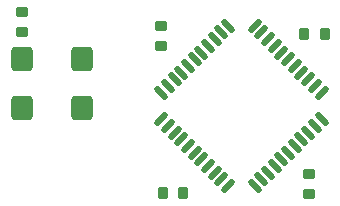
<source format=gtp>
G04 Layer_Color=8421504*
%FSAX24Y24*%
%MOIN*%
G70*
G01*
G75*
G04:AMPARAMS|DCode=10|XSize=21.7mil|YSize=57.1mil|CornerRadius=0mil|HoleSize=0mil|Usage=FLASHONLY|Rotation=45.000|XOffset=0mil|YOffset=0mil|HoleType=Round|Shape=Round|*
%AMOVALD10*
21,1,0.0354,0.0217,0.0000,0.0000,135.0*
1,1,0.0217,0.0125,-0.0125*
1,1,0.0217,-0.0125,0.0125*
%
%ADD10OVALD10*%

G04:AMPARAMS|DCode=11|XSize=21.7mil|YSize=57.1mil|CornerRadius=0mil|HoleSize=0mil|Usage=FLASHONLY|Rotation=135.000|XOffset=0mil|YOffset=0mil|HoleType=Round|Shape=Round|*
%AMOVALD11*
21,1,0.0354,0.0217,0.0000,0.0000,225.0*
1,1,0.0217,0.0125,0.0125*
1,1,0.0217,-0.0125,-0.0125*
%
%ADD11OVALD11*%

G04:AMPARAMS|DCode=12|XSize=39.4mil|YSize=35.4mil|CornerRadius=4.4mil|HoleSize=0mil|Usage=FLASHONLY|Rotation=180.000|XOffset=0mil|YOffset=0mil|HoleType=Round|Shape=RoundedRectangle|*
%AMROUNDEDRECTD12*
21,1,0.0394,0.0266,0,0,180.0*
21,1,0.0305,0.0354,0,0,180.0*
1,1,0.0089,-0.0153,0.0133*
1,1,0.0089,0.0153,0.0133*
1,1,0.0089,0.0153,-0.0133*
1,1,0.0089,-0.0153,-0.0133*
%
%ADD12ROUNDEDRECTD12*%
G04:AMPARAMS|DCode=13|XSize=39.4mil|YSize=35.4mil|CornerRadius=4.4mil|HoleSize=0mil|Usage=FLASHONLY|Rotation=270.000|XOffset=0mil|YOffset=0mil|HoleType=Round|Shape=RoundedRectangle|*
%AMROUNDEDRECTD13*
21,1,0.0394,0.0266,0,0,270.0*
21,1,0.0305,0.0354,0,0,270.0*
1,1,0.0089,-0.0133,-0.0153*
1,1,0.0089,-0.0133,0.0153*
1,1,0.0089,0.0133,0.0153*
1,1,0.0089,0.0133,-0.0153*
%
%ADD13ROUNDEDRECTD13*%
G04:AMPARAMS|DCode=14|XSize=70.9mil|YSize=78.7mil|CornerRadius=8.9mil|HoleSize=0mil|Usage=FLASHONLY|Rotation=0.000|XOffset=0mil|YOffset=0mil|HoleType=Round|Shape=RoundedRectangle|*
%AMROUNDEDRECTD14*
21,1,0.0709,0.0610,0,0,0.0*
21,1,0.0532,0.0787,0,0,0.0*
1,1,0.0177,0.0266,-0.0305*
1,1,0.0177,-0.0266,-0.0305*
1,1,0.0177,-0.0266,0.0305*
1,1,0.0177,0.0266,0.0305*
%
%ADD14ROUNDEDRECTD14*%
D10*
X031770Y031264D02*
D03*
X031992Y031487D02*
D03*
X032215Y031710D02*
D03*
X032438Y031932D02*
D03*
X032660Y032155D02*
D03*
X032883Y032378D02*
D03*
X033106Y032601D02*
D03*
X033329Y032823D02*
D03*
X033551Y033046D02*
D03*
X033774Y033269D02*
D03*
X033997Y033491D02*
D03*
X037115Y030374D02*
D03*
X036892Y030151D02*
D03*
X036669Y029928D02*
D03*
X036446Y029705D02*
D03*
X036224Y029483D02*
D03*
X036001Y029260D02*
D03*
X035778Y029037D02*
D03*
X035556Y028815D02*
D03*
X035333Y028592D02*
D03*
X035110Y028369D02*
D03*
X034887Y028146D02*
D03*
D11*
Y033491D02*
D03*
X035110Y033269D02*
D03*
X035333Y033046D02*
D03*
X035556Y032823D02*
D03*
X035778Y032601D02*
D03*
X036001Y032378D02*
D03*
X036224Y032155D02*
D03*
X036446Y031932D02*
D03*
X036669Y031710D02*
D03*
X036892Y031487D02*
D03*
X037115Y031264D02*
D03*
X033997Y028146D02*
D03*
X033774Y028369D02*
D03*
X033551Y028592D02*
D03*
X033329Y028815D02*
D03*
X033106Y029037D02*
D03*
X032883Y029260D02*
D03*
X032660Y029483D02*
D03*
X032438Y029705D02*
D03*
X032215Y029928D02*
D03*
X031992Y030151D02*
D03*
X031770Y030374D02*
D03*
D12*
X027119Y033280D02*
D03*
Y033949D02*
D03*
X036686Y028555D02*
D03*
Y027886D02*
D03*
X031765Y032807D02*
D03*
Y033476D02*
D03*
D13*
X032493Y027906D02*
D03*
X031824D02*
D03*
X036548Y033221D02*
D03*
X037218D02*
D03*
D14*
X027143Y030740D02*
D03*
X029143D02*
D03*
Y032394D02*
D03*
X027143D02*
D03*
M02*

</source>
